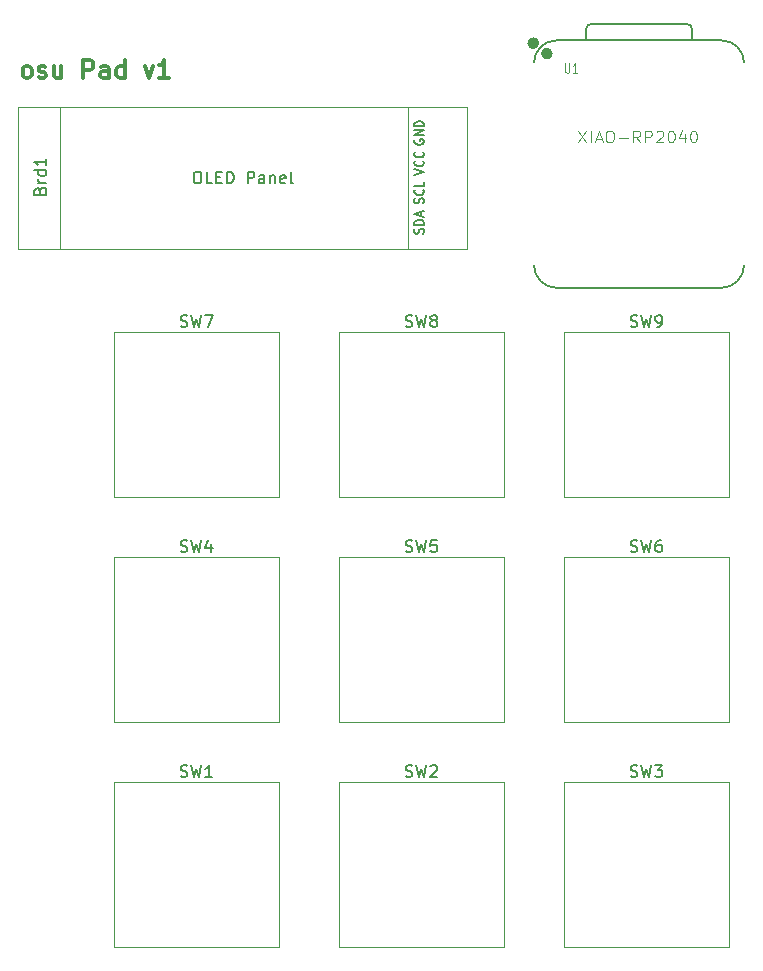
<source format=gbr>
%TF.GenerationSoftware,KiCad,Pcbnew,9.0.2*%
%TF.CreationDate,2025-06-15T22:04:45+08:00*%
%TF.ProjectId,osuPad,6f737550-6164-42e6-9b69-6361645f7063,rev?*%
%TF.SameCoordinates,Original*%
%TF.FileFunction,Legend,Top*%
%TF.FilePolarity,Positive*%
%FSLAX46Y46*%
G04 Gerber Fmt 4.6, Leading zero omitted, Abs format (unit mm)*
G04 Created by KiCad (PCBNEW 9.0.2) date 2025-06-15 22:04:45*
%MOMM*%
%LPD*%
G01*
G04 APERTURE LIST*
%ADD10C,0.300000*%
%ADD11C,0.100000*%
%ADD12C,0.150000*%
%ADD13C,0.101600*%
%ADD14C,0.120000*%
%ADD15C,0.040000*%
%ADD16C,0.127000*%
%ADD17C,0.504000*%
G04 APERTURE END LIST*
D10*
X100268796Y-63200828D02*
X100125939Y-63129400D01*
X100125939Y-63129400D02*
X100054510Y-63057971D01*
X100054510Y-63057971D02*
X99983082Y-62915114D01*
X99983082Y-62915114D02*
X99983082Y-62486542D01*
X99983082Y-62486542D02*
X100054510Y-62343685D01*
X100054510Y-62343685D02*
X100125939Y-62272257D01*
X100125939Y-62272257D02*
X100268796Y-62200828D01*
X100268796Y-62200828D02*
X100483082Y-62200828D01*
X100483082Y-62200828D02*
X100625939Y-62272257D01*
X100625939Y-62272257D02*
X100697368Y-62343685D01*
X100697368Y-62343685D02*
X100768796Y-62486542D01*
X100768796Y-62486542D02*
X100768796Y-62915114D01*
X100768796Y-62915114D02*
X100697368Y-63057971D01*
X100697368Y-63057971D02*
X100625939Y-63129400D01*
X100625939Y-63129400D02*
X100483082Y-63200828D01*
X100483082Y-63200828D02*
X100268796Y-63200828D01*
X101340225Y-63129400D02*
X101483082Y-63200828D01*
X101483082Y-63200828D02*
X101768796Y-63200828D01*
X101768796Y-63200828D02*
X101911653Y-63129400D01*
X101911653Y-63129400D02*
X101983082Y-62986542D01*
X101983082Y-62986542D02*
X101983082Y-62915114D01*
X101983082Y-62915114D02*
X101911653Y-62772257D01*
X101911653Y-62772257D02*
X101768796Y-62700828D01*
X101768796Y-62700828D02*
X101554511Y-62700828D01*
X101554511Y-62700828D02*
X101411653Y-62629400D01*
X101411653Y-62629400D02*
X101340225Y-62486542D01*
X101340225Y-62486542D02*
X101340225Y-62415114D01*
X101340225Y-62415114D02*
X101411653Y-62272257D01*
X101411653Y-62272257D02*
X101554511Y-62200828D01*
X101554511Y-62200828D02*
X101768796Y-62200828D01*
X101768796Y-62200828D02*
X101911653Y-62272257D01*
X103268797Y-62200828D02*
X103268797Y-63200828D01*
X102625939Y-62200828D02*
X102625939Y-62986542D01*
X102625939Y-62986542D02*
X102697368Y-63129400D01*
X102697368Y-63129400D02*
X102840225Y-63200828D01*
X102840225Y-63200828D02*
X103054511Y-63200828D01*
X103054511Y-63200828D02*
X103197368Y-63129400D01*
X103197368Y-63129400D02*
X103268797Y-63057971D01*
X105125939Y-63200828D02*
X105125939Y-61700828D01*
X105125939Y-61700828D02*
X105697368Y-61700828D01*
X105697368Y-61700828D02*
X105840225Y-61772257D01*
X105840225Y-61772257D02*
X105911654Y-61843685D01*
X105911654Y-61843685D02*
X105983082Y-61986542D01*
X105983082Y-61986542D02*
X105983082Y-62200828D01*
X105983082Y-62200828D02*
X105911654Y-62343685D01*
X105911654Y-62343685D02*
X105840225Y-62415114D01*
X105840225Y-62415114D02*
X105697368Y-62486542D01*
X105697368Y-62486542D02*
X105125939Y-62486542D01*
X107268797Y-63200828D02*
X107268797Y-62415114D01*
X107268797Y-62415114D02*
X107197368Y-62272257D01*
X107197368Y-62272257D02*
X107054511Y-62200828D01*
X107054511Y-62200828D02*
X106768797Y-62200828D01*
X106768797Y-62200828D02*
X106625939Y-62272257D01*
X107268797Y-63129400D02*
X107125939Y-63200828D01*
X107125939Y-63200828D02*
X106768797Y-63200828D01*
X106768797Y-63200828D02*
X106625939Y-63129400D01*
X106625939Y-63129400D02*
X106554511Y-62986542D01*
X106554511Y-62986542D02*
X106554511Y-62843685D01*
X106554511Y-62843685D02*
X106625939Y-62700828D01*
X106625939Y-62700828D02*
X106768797Y-62629400D01*
X106768797Y-62629400D02*
X107125939Y-62629400D01*
X107125939Y-62629400D02*
X107268797Y-62557971D01*
X108625940Y-63200828D02*
X108625940Y-61700828D01*
X108625940Y-63129400D02*
X108483082Y-63200828D01*
X108483082Y-63200828D02*
X108197368Y-63200828D01*
X108197368Y-63200828D02*
X108054511Y-63129400D01*
X108054511Y-63129400D02*
X107983082Y-63057971D01*
X107983082Y-63057971D02*
X107911654Y-62915114D01*
X107911654Y-62915114D02*
X107911654Y-62486542D01*
X107911654Y-62486542D02*
X107983082Y-62343685D01*
X107983082Y-62343685D02*
X108054511Y-62272257D01*
X108054511Y-62272257D02*
X108197368Y-62200828D01*
X108197368Y-62200828D02*
X108483082Y-62200828D01*
X108483082Y-62200828D02*
X108625940Y-62272257D01*
X110340225Y-62200828D02*
X110697368Y-63200828D01*
X110697368Y-63200828D02*
X111054511Y-62200828D01*
X112411654Y-63200828D02*
X111554511Y-63200828D01*
X111983082Y-63200828D02*
X111983082Y-61700828D01*
X111983082Y-61700828D02*
X111840225Y-61915114D01*
X111840225Y-61915114D02*
X111697368Y-62057971D01*
X111697368Y-62057971D02*
X111554511Y-62129400D01*
D11*
X147039896Y-67641169D02*
X147706562Y-68641169D01*
X147706562Y-67641169D02*
X147039896Y-68641169D01*
X148087515Y-68641169D02*
X148087515Y-67641169D01*
X148516086Y-68355454D02*
X148992276Y-68355454D01*
X148420848Y-68641169D02*
X148754181Y-67641169D01*
X148754181Y-67641169D02*
X149087514Y-68641169D01*
X149611324Y-67641169D02*
X149801800Y-67641169D01*
X149801800Y-67641169D02*
X149897038Y-67688788D01*
X149897038Y-67688788D02*
X149992276Y-67784026D01*
X149992276Y-67784026D02*
X150039895Y-67974502D01*
X150039895Y-67974502D02*
X150039895Y-68307835D01*
X150039895Y-68307835D02*
X149992276Y-68498311D01*
X149992276Y-68498311D02*
X149897038Y-68593550D01*
X149897038Y-68593550D02*
X149801800Y-68641169D01*
X149801800Y-68641169D02*
X149611324Y-68641169D01*
X149611324Y-68641169D02*
X149516086Y-68593550D01*
X149516086Y-68593550D02*
X149420848Y-68498311D01*
X149420848Y-68498311D02*
X149373229Y-68307835D01*
X149373229Y-68307835D02*
X149373229Y-67974502D01*
X149373229Y-67974502D02*
X149420848Y-67784026D01*
X149420848Y-67784026D02*
X149516086Y-67688788D01*
X149516086Y-67688788D02*
X149611324Y-67641169D01*
X150468467Y-68260216D02*
X151230372Y-68260216D01*
X152277990Y-68641169D02*
X151944657Y-68164978D01*
X151706562Y-68641169D02*
X151706562Y-67641169D01*
X151706562Y-67641169D02*
X152087514Y-67641169D01*
X152087514Y-67641169D02*
X152182752Y-67688788D01*
X152182752Y-67688788D02*
X152230371Y-67736407D01*
X152230371Y-67736407D02*
X152277990Y-67831645D01*
X152277990Y-67831645D02*
X152277990Y-67974502D01*
X152277990Y-67974502D02*
X152230371Y-68069740D01*
X152230371Y-68069740D02*
X152182752Y-68117359D01*
X152182752Y-68117359D02*
X152087514Y-68164978D01*
X152087514Y-68164978D02*
X151706562Y-68164978D01*
X152706562Y-68641169D02*
X152706562Y-67641169D01*
X152706562Y-67641169D02*
X153087514Y-67641169D01*
X153087514Y-67641169D02*
X153182752Y-67688788D01*
X153182752Y-67688788D02*
X153230371Y-67736407D01*
X153230371Y-67736407D02*
X153277990Y-67831645D01*
X153277990Y-67831645D02*
X153277990Y-67974502D01*
X153277990Y-67974502D02*
X153230371Y-68069740D01*
X153230371Y-68069740D02*
X153182752Y-68117359D01*
X153182752Y-68117359D02*
X153087514Y-68164978D01*
X153087514Y-68164978D02*
X152706562Y-68164978D01*
X153658943Y-67736407D02*
X153706562Y-67688788D01*
X153706562Y-67688788D02*
X153801800Y-67641169D01*
X153801800Y-67641169D02*
X154039895Y-67641169D01*
X154039895Y-67641169D02*
X154135133Y-67688788D01*
X154135133Y-67688788D02*
X154182752Y-67736407D01*
X154182752Y-67736407D02*
X154230371Y-67831645D01*
X154230371Y-67831645D02*
X154230371Y-67926883D01*
X154230371Y-67926883D02*
X154182752Y-68069740D01*
X154182752Y-68069740D02*
X153611324Y-68641169D01*
X153611324Y-68641169D02*
X154230371Y-68641169D01*
X154849419Y-67641169D02*
X154944657Y-67641169D01*
X154944657Y-67641169D02*
X155039895Y-67688788D01*
X155039895Y-67688788D02*
X155087514Y-67736407D01*
X155087514Y-67736407D02*
X155135133Y-67831645D01*
X155135133Y-67831645D02*
X155182752Y-68022121D01*
X155182752Y-68022121D02*
X155182752Y-68260216D01*
X155182752Y-68260216D02*
X155135133Y-68450692D01*
X155135133Y-68450692D02*
X155087514Y-68545930D01*
X155087514Y-68545930D02*
X155039895Y-68593550D01*
X155039895Y-68593550D02*
X154944657Y-68641169D01*
X154944657Y-68641169D02*
X154849419Y-68641169D01*
X154849419Y-68641169D02*
X154754181Y-68593550D01*
X154754181Y-68593550D02*
X154706562Y-68545930D01*
X154706562Y-68545930D02*
X154658943Y-68450692D01*
X154658943Y-68450692D02*
X154611324Y-68260216D01*
X154611324Y-68260216D02*
X154611324Y-68022121D01*
X154611324Y-68022121D02*
X154658943Y-67831645D01*
X154658943Y-67831645D02*
X154706562Y-67736407D01*
X154706562Y-67736407D02*
X154754181Y-67688788D01*
X154754181Y-67688788D02*
X154849419Y-67641169D01*
X156039895Y-67974502D02*
X156039895Y-68641169D01*
X155801800Y-67593550D02*
X155563705Y-68307835D01*
X155563705Y-68307835D02*
X156182752Y-68307835D01*
X156754181Y-67641169D02*
X156849419Y-67641169D01*
X156849419Y-67641169D02*
X156944657Y-67688788D01*
X156944657Y-67688788D02*
X156992276Y-67736407D01*
X156992276Y-67736407D02*
X157039895Y-67831645D01*
X157039895Y-67831645D02*
X157087514Y-68022121D01*
X157087514Y-68022121D02*
X157087514Y-68260216D01*
X157087514Y-68260216D02*
X157039895Y-68450692D01*
X157039895Y-68450692D02*
X156992276Y-68545930D01*
X156992276Y-68545930D02*
X156944657Y-68593550D01*
X156944657Y-68593550D02*
X156849419Y-68641169D01*
X156849419Y-68641169D02*
X156754181Y-68641169D01*
X156754181Y-68641169D02*
X156658943Y-68593550D01*
X156658943Y-68593550D02*
X156611324Y-68545930D01*
X156611324Y-68545930D02*
X156563705Y-68450692D01*
X156563705Y-68450692D02*
X156516086Y-68260216D01*
X156516086Y-68260216D02*
X156516086Y-68022121D01*
X156516086Y-68022121D02*
X156563705Y-67831645D01*
X156563705Y-67831645D02*
X156611324Y-67736407D01*
X156611324Y-67736407D02*
X156658943Y-67688788D01*
X156658943Y-67688788D02*
X156754181Y-67641169D01*
D12*
X113366667Y-103283200D02*
X113509524Y-103330819D01*
X113509524Y-103330819D02*
X113747619Y-103330819D01*
X113747619Y-103330819D02*
X113842857Y-103283200D01*
X113842857Y-103283200D02*
X113890476Y-103235580D01*
X113890476Y-103235580D02*
X113938095Y-103140342D01*
X113938095Y-103140342D02*
X113938095Y-103045104D01*
X113938095Y-103045104D02*
X113890476Y-102949866D01*
X113890476Y-102949866D02*
X113842857Y-102902247D01*
X113842857Y-102902247D02*
X113747619Y-102854628D01*
X113747619Y-102854628D02*
X113557143Y-102807009D01*
X113557143Y-102807009D02*
X113461905Y-102759390D01*
X113461905Y-102759390D02*
X113414286Y-102711771D01*
X113414286Y-102711771D02*
X113366667Y-102616533D01*
X113366667Y-102616533D02*
X113366667Y-102521295D01*
X113366667Y-102521295D02*
X113414286Y-102426057D01*
X113414286Y-102426057D02*
X113461905Y-102378438D01*
X113461905Y-102378438D02*
X113557143Y-102330819D01*
X113557143Y-102330819D02*
X113795238Y-102330819D01*
X113795238Y-102330819D02*
X113938095Y-102378438D01*
X114271429Y-102330819D02*
X114509524Y-103330819D01*
X114509524Y-103330819D02*
X114700000Y-102616533D01*
X114700000Y-102616533D02*
X114890476Y-103330819D01*
X114890476Y-103330819D02*
X115128572Y-102330819D01*
X115938095Y-102664152D02*
X115938095Y-103330819D01*
X115700000Y-102283200D02*
X115461905Y-102997485D01*
X115461905Y-102997485D02*
X116080952Y-102997485D01*
X132416667Y-103283200D02*
X132559524Y-103330819D01*
X132559524Y-103330819D02*
X132797619Y-103330819D01*
X132797619Y-103330819D02*
X132892857Y-103283200D01*
X132892857Y-103283200D02*
X132940476Y-103235580D01*
X132940476Y-103235580D02*
X132988095Y-103140342D01*
X132988095Y-103140342D02*
X132988095Y-103045104D01*
X132988095Y-103045104D02*
X132940476Y-102949866D01*
X132940476Y-102949866D02*
X132892857Y-102902247D01*
X132892857Y-102902247D02*
X132797619Y-102854628D01*
X132797619Y-102854628D02*
X132607143Y-102807009D01*
X132607143Y-102807009D02*
X132511905Y-102759390D01*
X132511905Y-102759390D02*
X132464286Y-102711771D01*
X132464286Y-102711771D02*
X132416667Y-102616533D01*
X132416667Y-102616533D02*
X132416667Y-102521295D01*
X132416667Y-102521295D02*
X132464286Y-102426057D01*
X132464286Y-102426057D02*
X132511905Y-102378438D01*
X132511905Y-102378438D02*
X132607143Y-102330819D01*
X132607143Y-102330819D02*
X132845238Y-102330819D01*
X132845238Y-102330819D02*
X132988095Y-102378438D01*
X133321429Y-102330819D02*
X133559524Y-103330819D01*
X133559524Y-103330819D02*
X133750000Y-102616533D01*
X133750000Y-102616533D02*
X133940476Y-103330819D01*
X133940476Y-103330819D02*
X134178572Y-102330819D01*
X135035714Y-102330819D02*
X134559524Y-102330819D01*
X134559524Y-102330819D02*
X134511905Y-102807009D01*
X134511905Y-102807009D02*
X134559524Y-102759390D01*
X134559524Y-102759390D02*
X134654762Y-102711771D01*
X134654762Y-102711771D02*
X134892857Y-102711771D01*
X134892857Y-102711771D02*
X134988095Y-102759390D01*
X134988095Y-102759390D02*
X135035714Y-102807009D01*
X135035714Y-102807009D02*
X135083333Y-102902247D01*
X135083333Y-102902247D02*
X135083333Y-103140342D01*
X135083333Y-103140342D02*
X135035714Y-103235580D01*
X135035714Y-103235580D02*
X134988095Y-103283200D01*
X134988095Y-103283200D02*
X134892857Y-103330819D01*
X134892857Y-103330819D02*
X134654762Y-103330819D01*
X134654762Y-103330819D02*
X134559524Y-103283200D01*
X134559524Y-103283200D02*
X134511905Y-103235580D01*
X151466667Y-103283200D02*
X151609524Y-103330819D01*
X151609524Y-103330819D02*
X151847619Y-103330819D01*
X151847619Y-103330819D02*
X151942857Y-103283200D01*
X151942857Y-103283200D02*
X151990476Y-103235580D01*
X151990476Y-103235580D02*
X152038095Y-103140342D01*
X152038095Y-103140342D02*
X152038095Y-103045104D01*
X152038095Y-103045104D02*
X151990476Y-102949866D01*
X151990476Y-102949866D02*
X151942857Y-102902247D01*
X151942857Y-102902247D02*
X151847619Y-102854628D01*
X151847619Y-102854628D02*
X151657143Y-102807009D01*
X151657143Y-102807009D02*
X151561905Y-102759390D01*
X151561905Y-102759390D02*
X151514286Y-102711771D01*
X151514286Y-102711771D02*
X151466667Y-102616533D01*
X151466667Y-102616533D02*
X151466667Y-102521295D01*
X151466667Y-102521295D02*
X151514286Y-102426057D01*
X151514286Y-102426057D02*
X151561905Y-102378438D01*
X151561905Y-102378438D02*
X151657143Y-102330819D01*
X151657143Y-102330819D02*
X151895238Y-102330819D01*
X151895238Y-102330819D02*
X152038095Y-102378438D01*
X152371429Y-102330819D02*
X152609524Y-103330819D01*
X152609524Y-103330819D02*
X152800000Y-102616533D01*
X152800000Y-102616533D02*
X152990476Y-103330819D01*
X152990476Y-103330819D02*
X153228572Y-102330819D01*
X154038095Y-102330819D02*
X153847619Y-102330819D01*
X153847619Y-102330819D02*
X153752381Y-102378438D01*
X153752381Y-102378438D02*
X153704762Y-102426057D01*
X153704762Y-102426057D02*
X153609524Y-102568914D01*
X153609524Y-102568914D02*
X153561905Y-102759390D01*
X153561905Y-102759390D02*
X153561905Y-103140342D01*
X153561905Y-103140342D02*
X153609524Y-103235580D01*
X153609524Y-103235580D02*
X153657143Y-103283200D01*
X153657143Y-103283200D02*
X153752381Y-103330819D01*
X153752381Y-103330819D02*
X153942857Y-103330819D01*
X153942857Y-103330819D02*
X154038095Y-103283200D01*
X154038095Y-103283200D02*
X154085714Y-103235580D01*
X154085714Y-103235580D02*
X154133333Y-103140342D01*
X154133333Y-103140342D02*
X154133333Y-102902247D01*
X154133333Y-102902247D02*
X154085714Y-102807009D01*
X154085714Y-102807009D02*
X154038095Y-102759390D01*
X154038095Y-102759390D02*
X153942857Y-102711771D01*
X153942857Y-102711771D02*
X153752381Y-102711771D01*
X153752381Y-102711771D02*
X153657143Y-102759390D01*
X153657143Y-102759390D02*
X153609524Y-102807009D01*
X153609524Y-102807009D02*
X153561905Y-102902247D01*
X101462259Y-72735416D02*
X101509878Y-72592559D01*
X101509878Y-72592559D02*
X101557497Y-72544940D01*
X101557497Y-72544940D02*
X101652735Y-72497321D01*
X101652735Y-72497321D02*
X101795592Y-72497321D01*
X101795592Y-72497321D02*
X101890830Y-72544940D01*
X101890830Y-72544940D02*
X101938450Y-72592559D01*
X101938450Y-72592559D02*
X101986069Y-72687797D01*
X101986069Y-72687797D02*
X101986069Y-73068749D01*
X101986069Y-73068749D02*
X100986069Y-73068749D01*
X100986069Y-73068749D02*
X100986069Y-72735416D01*
X100986069Y-72735416D02*
X101033688Y-72640178D01*
X101033688Y-72640178D02*
X101081307Y-72592559D01*
X101081307Y-72592559D02*
X101176545Y-72544940D01*
X101176545Y-72544940D02*
X101271783Y-72544940D01*
X101271783Y-72544940D02*
X101367021Y-72592559D01*
X101367021Y-72592559D02*
X101414640Y-72640178D01*
X101414640Y-72640178D02*
X101462259Y-72735416D01*
X101462259Y-72735416D02*
X101462259Y-73068749D01*
X101986069Y-72068749D02*
X101319402Y-72068749D01*
X101509878Y-72068749D02*
X101414640Y-72021130D01*
X101414640Y-72021130D02*
X101367021Y-71973511D01*
X101367021Y-71973511D02*
X101319402Y-71878273D01*
X101319402Y-71878273D02*
X101319402Y-71783035D01*
X101986069Y-71021130D02*
X100986069Y-71021130D01*
X101938450Y-71021130D02*
X101986069Y-71116368D01*
X101986069Y-71116368D02*
X101986069Y-71306844D01*
X101986069Y-71306844D02*
X101938450Y-71402082D01*
X101938450Y-71402082D02*
X101890830Y-71449701D01*
X101890830Y-71449701D02*
X101795592Y-71497320D01*
X101795592Y-71497320D02*
X101509878Y-71497320D01*
X101509878Y-71497320D02*
X101414640Y-71449701D01*
X101414640Y-71449701D02*
X101367021Y-71402082D01*
X101367021Y-71402082D02*
X101319402Y-71306844D01*
X101319402Y-71306844D02*
X101319402Y-71116368D01*
X101319402Y-71116368D02*
X101367021Y-71021130D01*
X101986069Y-70021130D02*
X101986069Y-70592558D01*
X101986069Y-70306844D02*
X100986069Y-70306844D01*
X100986069Y-70306844D02*
X101128926Y-70402082D01*
X101128926Y-70402082D02*
X101224164Y-70497320D01*
X101224164Y-70497320D02*
X101271783Y-70592558D01*
X133924200Y-76379463D02*
X133962295Y-76272321D01*
X133962295Y-76272321D02*
X133962295Y-76093749D01*
X133962295Y-76093749D02*
X133924200Y-76022321D01*
X133924200Y-76022321D02*
X133886104Y-75986606D01*
X133886104Y-75986606D02*
X133809914Y-75950892D01*
X133809914Y-75950892D02*
X133733723Y-75950892D01*
X133733723Y-75950892D02*
X133657533Y-75986606D01*
X133657533Y-75986606D02*
X133619438Y-76022321D01*
X133619438Y-76022321D02*
X133581342Y-76093749D01*
X133581342Y-76093749D02*
X133543247Y-76236606D01*
X133543247Y-76236606D02*
X133505152Y-76308035D01*
X133505152Y-76308035D02*
X133467057Y-76343749D01*
X133467057Y-76343749D02*
X133390866Y-76379463D01*
X133390866Y-76379463D02*
X133314676Y-76379463D01*
X133314676Y-76379463D02*
X133238485Y-76343749D01*
X133238485Y-76343749D02*
X133200390Y-76308035D01*
X133200390Y-76308035D02*
X133162295Y-76236606D01*
X133162295Y-76236606D02*
X133162295Y-76058035D01*
X133162295Y-76058035D02*
X133200390Y-75950892D01*
X133962295Y-75629463D02*
X133162295Y-75629463D01*
X133162295Y-75629463D02*
X133162295Y-75450892D01*
X133162295Y-75450892D02*
X133200390Y-75343749D01*
X133200390Y-75343749D02*
X133276580Y-75272320D01*
X133276580Y-75272320D02*
X133352771Y-75236606D01*
X133352771Y-75236606D02*
X133505152Y-75200892D01*
X133505152Y-75200892D02*
X133619438Y-75200892D01*
X133619438Y-75200892D02*
X133771819Y-75236606D01*
X133771819Y-75236606D02*
X133848009Y-75272320D01*
X133848009Y-75272320D02*
X133924200Y-75343749D01*
X133924200Y-75343749D02*
X133962295Y-75450892D01*
X133962295Y-75450892D02*
X133962295Y-75629463D01*
X133733723Y-74915177D02*
X133733723Y-74558035D01*
X133962295Y-74986606D02*
X133162295Y-74736606D01*
X133162295Y-74736606D02*
X133962295Y-74486606D01*
X133162295Y-71388749D02*
X133962295Y-71138749D01*
X133962295Y-71138749D02*
X133162295Y-70888749D01*
X133886104Y-70210178D02*
X133924200Y-70245892D01*
X133924200Y-70245892D02*
X133962295Y-70353035D01*
X133962295Y-70353035D02*
X133962295Y-70424463D01*
X133962295Y-70424463D02*
X133924200Y-70531606D01*
X133924200Y-70531606D02*
X133848009Y-70603035D01*
X133848009Y-70603035D02*
X133771819Y-70638749D01*
X133771819Y-70638749D02*
X133619438Y-70674463D01*
X133619438Y-70674463D02*
X133505152Y-70674463D01*
X133505152Y-70674463D02*
X133352771Y-70638749D01*
X133352771Y-70638749D02*
X133276580Y-70603035D01*
X133276580Y-70603035D02*
X133200390Y-70531606D01*
X133200390Y-70531606D02*
X133162295Y-70424463D01*
X133162295Y-70424463D02*
X133162295Y-70353035D01*
X133162295Y-70353035D02*
X133200390Y-70245892D01*
X133200390Y-70245892D02*
X133238485Y-70210178D01*
X133886104Y-69460178D02*
X133924200Y-69495892D01*
X133924200Y-69495892D02*
X133962295Y-69603035D01*
X133962295Y-69603035D02*
X133962295Y-69674463D01*
X133962295Y-69674463D02*
X133924200Y-69781606D01*
X133924200Y-69781606D02*
X133848009Y-69853035D01*
X133848009Y-69853035D02*
X133771819Y-69888749D01*
X133771819Y-69888749D02*
X133619438Y-69924463D01*
X133619438Y-69924463D02*
X133505152Y-69924463D01*
X133505152Y-69924463D02*
X133352771Y-69888749D01*
X133352771Y-69888749D02*
X133276580Y-69853035D01*
X133276580Y-69853035D02*
X133200390Y-69781606D01*
X133200390Y-69781606D02*
X133162295Y-69674463D01*
X133162295Y-69674463D02*
X133162295Y-69603035D01*
X133162295Y-69603035D02*
X133200390Y-69495892D01*
X133200390Y-69495892D02*
X133238485Y-69460178D01*
X114702678Y-71113569D02*
X114893154Y-71113569D01*
X114893154Y-71113569D02*
X114988392Y-71161188D01*
X114988392Y-71161188D02*
X115083630Y-71256426D01*
X115083630Y-71256426D02*
X115131249Y-71446902D01*
X115131249Y-71446902D02*
X115131249Y-71780235D01*
X115131249Y-71780235D02*
X115083630Y-71970711D01*
X115083630Y-71970711D02*
X114988392Y-72065950D01*
X114988392Y-72065950D02*
X114893154Y-72113569D01*
X114893154Y-72113569D02*
X114702678Y-72113569D01*
X114702678Y-72113569D02*
X114607440Y-72065950D01*
X114607440Y-72065950D02*
X114512202Y-71970711D01*
X114512202Y-71970711D02*
X114464583Y-71780235D01*
X114464583Y-71780235D02*
X114464583Y-71446902D01*
X114464583Y-71446902D02*
X114512202Y-71256426D01*
X114512202Y-71256426D02*
X114607440Y-71161188D01*
X114607440Y-71161188D02*
X114702678Y-71113569D01*
X116036011Y-72113569D02*
X115559821Y-72113569D01*
X115559821Y-72113569D02*
X115559821Y-71113569D01*
X116369345Y-71589759D02*
X116702678Y-71589759D01*
X116845535Y-72113569D02*
X116369345Y-72113569D01*
X116369345Y-72113569D02*
X116369345Y-71113569D01*
X116369345Y-71113569D02*
X116845535Y-71113569D01*
X117274107Y-72113569D02*
X117274107Y-71113569D01*
X117274107Y-71113569D02*
X117512202Y-71113569D01*
X117512202Y-71113569D02*
X117655059Y-71161188D01*
X117655059Y-71161188D02*
X117750297Y-71256426D01*
X117750297Y-71256426D02*
X117797916Y-71351664D01*
X117797916Y-71351664D02*
X117845535Y-71542140D01*
X117845535Y-71542140D02*
X117845535Y-71684997D01*
X117845535Y-71684997D02*
X117797916Y-71875473D01*
X117797916Y-71875473D02*
X117750297Y-71970711D01*
X117750297Y-71970711D02*
X117655059Y-72065950D01*
X117655059Y-72065950D02*
X117512202Y-72113569D01*
X117512202Y-72113569D02*
X117274107Y-72113569D01*
X119036012Y-72113569D02*
X119036012Y-71113569D01*
X119036012Y-71113569D02*
X119416964Y-71113569D01*
X119416964Y-71113569D02*
X119512202Y-71161188D01*
X119512202Y-71161188D02*
X119559821Y-71208807D01*
X119559821Y-71208807D02*
X119607440Y-71304045D01*
X119607440Y-71304045D02*
X119607440Y-71446902D01*
X119607440Y-71446902D02*
X119559821Y-71542140D01*
X119559821Y-71542140D02*
X119512202Y-71589759D01*
X119512202Y-71589759D02*
X119416964Y-71637378D01*
X119416964Y-71637378D02*
X119036012Y-71637378D01*
X120464583Y-72113569D02*
X120464583Y-71589759D01*
X120464583Y-71589759D02*
X120416964Y-71494521D01*
X120416964Y-71494521D02*
X120321726Y-71446902D01*
X120321726Y-71446902D02*
X120131250Y-71446902D01*
X120131250Y-71446902D02*
X120036012Y-71494521D01*
X120464583Y-72065950D02*
X120369345Y-72113569D01*
X120369345Y-72113569D02*
X120131250Y-72113569D01*
X120131250Y-72113569D02*
X120036012Y-72065950D01*
X120036012Y-72065950D02*
X119988393Y-71970711D01*
X119988393Y-71970711D02*
X119988393Y-71875473D01*
X119988393Y-71875473D02*
X120036012Y-71780235D01*
X120036012Y-71780235D02*
X120131250Y-71732616D01*
X120131250Y-71732616D02*
X120369345Y-71732616D01*
X120369345Y-71732616D02*
X120464583Y-71684997D01*
X120940774Y-71446902D02*
X120940774Y-72113569D01*
X120940774Y-71542140D02*
X120988393Y-71494521D01*
X120988393Y-71494521D02*
X121083631Y-71446902D01*
X121083631Y-71446902D02*
X121226488Y-71446902D01*
X121226488Y-71446902D02*
X121321726Y-71494521D01*
X121321726Y-71494521D02*
X121369345Y-71589759D01*
X121369345Y-71589759D02*
X121369345Y-72113569D01*
X122226488Y-72065950D02*
X122131250Y-72113569D01*
X122131250Y-72113569D02*
X121940774Y-72113569D01*
X121940774Y-72113569D02*
X121845536Y-72065950D01*
X121845536Y-72065950D02*
X121797917Y-71970711D01*
X121797917Y-71970711D02*
X121797917Y-71589759D01*
X121797917Y-71589759D02*
X121845536Y-71494521D01*
X121845536Y-71494521D02*
X121940774Y-71446902D01*
X121940774Y-71446902D02*
X122131250Y-71446902D01*
X122131250Y-71446902D02*
X122226488Y-71494521D01*
X122226488Y-71494521D02*
X122274107Y-71589759D01*
X122274107Y-71589759D02*
X122274107Y-71684997D01*
X122274107Y-71684997D02*
X121797917Y-71780235D01*
X122845536Y-72113569D02*
X122750298Y-72065950D01*
X122750298Y-72065950D02*
X122702679Y-71970711D01*
X122702679Y-71970711D02*
X122702679Y-71113569D01*
X133924200Y-73821606D02*
X133962295Y-73714464D01*
X133962295Y-73714464D02*
X133962295Y-73535892D01*
X133962295Y-73535892D02*
X133924200Y-73464464D01*
X133924200Y-73464464D02*
X133886104Y-73428749D01*
X133886104Y-73428749D02*
X133809914Y-73393035D01*
X133809914Y-73393035D02*
X133733723Y-73393035D01*
X133733723Y-73393035D02*
X133657533Y-73428749D01*
X133657533Y-73428749D02*
X133619438Y-73464464D01*
X133619438Y-73464464D02*
X133581342Y-73535892D01*
X133581342Y-73535892D02*
X133543247Y-73678749D01*
X133543247Y-73678749D02*
X133505152Y-73750178D01*
X133505152Y-73750178D02*
X133467057Y-73785892D01*
X133467057Y-73785892D02*
X133390866Y-73821606D01*
X133390866Y-73821606D02*
X133314676Y-73821606D01*
X133314676Y-73821606D02*
X133238485Y-73785892D01*
X133238485Y-73785892D02*
X133200390Y-73750178D01*
X133200390Y-73750178D02*
X133162295Y-73678749D01*
X133162295Y-73678749D02*
X133162295Y-73500178D01*
X133162295Y-73500178D02*
X133200390Y-73393035D01*
X133886104Y-72643035D02*
X133924200Y-72678749D01*
X133924200Y-72678749D02*
X133962295Y-72785892D01*
X133962295Y-72785892D02*
X133962295Y-72857320D01*
X133962295Y-72857320D02*
X133924200Y-72964463D01*
X133924200Y-72964463D02*
X133848009Y-73035892D01*
X133848009Y-73035892D02*
X133771819Y-73071606D01*
X133771819Y-73071606D02*
X133619438Y-73107320D01*
X133619438Y-73107320D02*
X133505152Y-73107320D01*
X133505152Y-73107320D02*
X133352771Y-73071606D01*
X133352771Y-73071606D02*
X133276580Y-73035892D01*
X133276580Y-73035892D02*
X133200390Y-72964463D01*
X133200390Y-72964463D02*
X133162295Y-72857320D01*
X133162295Y-72857320D02*
X133162295Y-72785892D01*
X133162295Y-72785892D02*
X133200390Y-72678749D01*
X133200390Y-72678749D02*
X133238485Y-72643035D01*
X133962295Y-71964463D02*
X133962295Y-72321606D01*
X133962295Y-72321606D02*
X133162295Y-72321606D01*
X133200390Y-68420178D02*
X133162295Y-68491607D01*
X133162295Y-68491607D02*
X133162295Y-68598749D01*
X133162295Y-68598749D02*
X133200390Y-68705892D01*
X133200390Y-68705892D02*
X133276580Y-68777321D01*
X133276580Y-68777321D02*
X133352771Y-68813035D01*
X133352771Y-68813035D02*
X133505152Y-68848749D01*
X133505152Y-68848749D02*
X133619438Y-68848749D01*
X133619438Y-68848749D02*
X133771819Y-68813035D01*
X133771819Y-68813035D02*
X133848009Y-68777321D01*
X133848009Y-68777321D02*
X133924200Y-68705892D01*
X133924200Y-68705892D02*
X133962295Y-68598749D01*
X133962295Y-68598749D02*
X133962295Y-68527321D01*
X133962295Y-68527321D02*
X133924200Y-68420178D01*
X133924200Y-68420178D02*
X133886104Y-68384464D01*
X133886104Y-68384464D02*
X133619438Y-68384464D01*
X133619438Y-68384464D02*
X133619438Y-68527321D01*
X133962295Y-68063035D02*
X133162295Y-68063035D01*
X133162295Y-68063035D02*
X133962295Y-67634464D01*
X133962295Y-67634464D02*
X133162295Y-67634464D01*
X133962295Y-67277321D02*
X133162295Y-67277321D01*
X133162295Y-67277321D02*
X133162295Y-67098750D01*
X133162295Y-67098750D02*
X133200390Y-66991607D01*
X133200390Y-66991607D02*
X133276580Y-66920178D01*
X133276580Y-66920178D02*
X133352771Y-66884464D01*
X133352771Y-66884464D02*
X133505152Y-66848750D01*
X133505152Y-66848750D02*
X133619438Y-66848750D01*
X133619438Y-66848750D02*
X133771819Y-66884464D01*
X133771819Y-66884464D02*
X133848009Y-66920178D01*
X133848009Y-66920178D02*
X133924200Y-66991607D01*
X133924200Y-66991607D02*
X133962295Y-67098750D01*
X133962295Y-67098750D02*
X133962295Y-67277321D01*
X151466667Y-84233200D02*
X151609524Y-84280819D01*
X151609524Y-84280819D02*
X151847619Y-84280819D01*
X151847619Y-84280819D02*
X151942857Y-84233200D01*
X151942857Y-84233200D02*
X151990476Y-84185580D01*
X151990476Y-84185580D02*
X152038095Y-84090342D01*
X152038095Y-84090342D02*
X152038095Y-83995104D01*
X152038095Y-83995104D02*
X151990476Y-83899866D01*
X151990476Y-83899866D02*
X151942857Y-83852247D01*
X151942857Y-83852247D02*
X151847619Y-83804628D01*
X151847619Y-83804628D02*
X151657143Y-83757009D01*
X151657143Y-83757009D02*
X151561905Y-83709390D01*
X151561905Y-83709390D02*
X151514286Y-83661771D01*
X151514286Y-83661771D02*
X151466667Y-83566533D01*
X151466667Y-83566533D02*
X151466667Y-83471295D01*
X151466667Y-83471295D02*
X151514286Y-83376057D01*
X151514286Y-83376057D02*
X151561905Y-83328438D01*
X151561905Y-83328438D02*
X151657143Y-83280819D01*
X151657143Y-83280819D02*
X151895238Y-83280819D01*
X151895238Y-83280819D02*
X152038095Y-83328438D01*
X152371429Y-83280819D02*
X152609524Y-84280819D01*
X152609524Y-84280819D02*
X152800000Y-83566533D01*
X152800000Y-83566533D02*
X152990476Y-84280819D01*
X152990476Y-84280819D02*
X153228572Y-83280819D01*
X153657143Y-84280819D02*
X153847619Y-84280819D01*
X153847619Y-84280819D02*
X153942857Y-84233200D01*
X153942857Y-84233200D02*
X153990476Y-84185580D01*
X153990476Y-84185580D02*
X154085714Y-84042723D01*
X154085714Y-84042723D02*
X154133333Y-83852247D01*
X154133333Y-83852247D02*
X154133333Y-83471295D01*
X154133333Y-83471295D02*
X154085714Y-83376057D01*
X154085714Y-83376057D02*
X154038095Y-83328438D01*
X154038095Y-83328438D02*
X153942857Y-83280819D01*
X153942857Y-83280819D02*
X153752381Y-83280819D01*
X153752381Y-83280819D02*
X153657143Y-83328438D01*
X153657143Y-83328438D02*
X153609524Y-83376057D01*
X153609524Y-83376057D02*
X153561905Y-83471295D01*
X153561905Y-83471295D02*
X153561905Y-83709390D01*
X153561905Y-83709390D02*
X153609524Y-83804628D01*
X153609524Y-83804628D02*
X153657143Y-83852247D01*
X153657143Y-83852247D02*
X153752381Y-83899866D01*
X153752381Y-83899866D02*
X153942857Y-83899866D01*
X153942857Y-83899866D02*
X154038095Y-83852247D01*
X154038095Y-83852247D02*
X154085714Y-83804628D01*
X154085714Y-83804628D02*
X154133333Y-83709390D01*
X113366667Y-122333200D02*
X113509524Y-122380819D01*
X113509524Y-122380819D02*
X113747619Y-122380819D01*
X113747619Y-122380819D02*
X113842857Y-122333200D01*
X113842857Y-122333200D02*
X113890476Y-122285580D01*
X113890476Y-122285580D02*
X113938095Y-122190342D01*
X113938095Y-122190342D02*
X113938095Y-122095104D01*
X113938095Y-122095104D02*
X113890476Y-121999866D01*
X113890476Y-121999866D02*
X113842857Y-121952247D01*
X113842857Y-121952247D02*
X113747619Y-121904628D01*
X113747619Y-121904628D02*
X113557143Y-121857009D01*
X113557143Y-121857009D02*
X113461905Y-121809390D01*
X113461905Y-121809390D02*
X113414286Y-121761771D01*
X113414286Y-121761771D02*
X113366667Y-121666533D01*
X113366667Y-121666533D02*
X113366667Y-121571295D01*
X113366667Y-121571295D02*
X113414286Y-121476057D01*
X113414286Y-121476057D02*
X113461905Y-121428438D01*
X113461905Y-121428438D02*
X113557143Y-121380819D01*
X113557143Y-121380819D02*
X113795238Y-121380819D01*
X113795238Y-121380819D02*
X113938095Y-121428438D01*
X114271429Y-121380819D02*
X114509524Y-122380819D01*
X114509524Y-122380819D02*
X114700000Y-121666533D01*
X114700000Y-121666533D02*
X114890476Y-122380819D01*
X114890476Y-122380819D02*
X115128572Y-121380819D01*
X116033333Y-122380819D02*
X115461905Y-122380819D01*
X115747619Y-122380819D02*
X115747619Y-121380819D01*
X115747619Y-121380819D02*
X115652381Y-121523676D01*
X115652381Y-121523676D02*
X115557143Y-121618914D01*
X115557143Y-121618914D02*
X115461905Y-121666533D01*
X132416667Y-84233200D02*
X132559524Y-84280819D01*
X132559524Y-84280819D02*
X132797619Y-84280819D01*
X132797619Y-84280819D02*
X132892857Y-84233200D01*
X132892857Y-84233200D02*
X132940476Y-84185580D01*
X132940476Y-84185580D02*
X132988095Y-84090342D01*
X132988095Y-84090342D02*
X132988095Y-83995104D01*
X132988095Y-83995104D02*
X132940476Y-83899866D01*
X132940476Y-83899866D02*
X132892857Y-83852247D01*
X132892857Y-83852247D02*
X132797619Y-83804628D01*
X132797619Y-83804628D02*
X132607143Y-83757009D01*
X132607143Y-83757009D02*
X132511905Y-83709390D01*
X132511905Y-83709390D02*
X132464286Y-83661771D01*
X132464286Y-83661771D02*
X132416667Y-83566533D01*
X132416667Y-83566533D02*
X132416667Y-83471295D01*
X132416667Y-83471295D02*
X132464286Y-83376057D01*
X132464286Y-83376057D02*
X132511905Y-83328438D01*
X132511905Y-83328438D02*
X132607143Y-83280819D01*
X132607143Y-83280819D02*
X132845238Y-83280819D01*
X132845238Y-83280819D02*
X132988095Y-83328438D01*
X133321429Y-83280819D02*
X133559524Y-84280819D01*
X133559524Y-84280819D02*
X133750000Y-83566533D01*
X133750000Y-83566533D02*
X133940476Y-84280819D01*
X133940476Y-84280819D02*
X134178572Y-83280819D01*
X134702381Y-83709390D02*
X134607143Y-83661771D01*
X134607143Y-83661771D02*
X134559524Y-83614152D01*
X134559524Y-83614152D02*
X134511905Y-83518914D01*
X134511905Y-83518914D02*
X134511905Y-83471295D01*
X134511905Y-83471295D02*
X134559524Y-83376057D01*
X134559524Y-83376057D02*
X134607143Y-83328438D01*
X134607143Y-83328438D02*
X134702381Y-83280819D01*
X134702381Y-83280819D02*
X134892857Y-83280819D01*
X134892857Y-83280819D02*
X134988095Y-83328438D01*
X134988095Y-83328438D02*
X135035714Y-83376057D01*
X135035714Y-83376057D02*
X135083333Y-83471295D01*
X135083333Y-83471295D02*
X135083333Y-83518914D01*
X135083333Y-83518914D02*
X135035714Y-83614152D01*
X135035714Y-83614152D02*
X134988095Y-83661771D01*
X134988095Y-83661771D02*
X134892857Y-83709390D01*
X134892857Y-83709390D02*
X134702381Y-83709390D01*
X134702381Y-83709390D02*
X134607143Y-83757009D01*
X134607143Y-83757009D02*
X134559524Y-83804628D01*
X134559524Y-83804628D02*
X134511905Y-83899866D01*
X134511905Y-83899866D02*
X134511905Y-84090342D01*
X134511905Y-84090342D02*
X134559524Y-84185580D01*
X134559524Y-84185580D02*
X134607143Y-84233200D01*
X134607143Y-84233200D02*
X134702381Y-84280819D01*
X134702381Y-84280819D02*
X134892857Y-84280819D01*
X134892857Y-84280819D02*
X134988095Y-84233200D01*
X134988095Y-84233200D02*
X135035714Y-84185580D01*
X135035714Y-84185580D02*
X135083333Y-84090342D01*
X135083333Y-84090342D02*
X135083333Y-83899866D01*
X135083333Y-83899866D02*
X135035714Y-83804628D01*
X135035714Y-83804628D02*
X134988095Y-83757009D01*
X134988095Y-83757009D02*
X134892857Y-83709390D01*
X113366667Y-84233200D02*
X113509524Y-84280819D01*
X113509524Y-84280819D02*
X113747619Y-84280819D01*
X113747619Y-84280819D02*
X113842857Y-84233200D01*
X113842857Y-84233200D02*
X113890476Y-84185580D01*
X113890476Y-84185580D02*
X113938095Y-84090342D01*
X113938095Y-84090342D02*
X113938095Y-83995104D01*
X113938095Y-83995104D02*
X113890476Y-83899866D01*
X113890476Y-83899866D02*
X113842857Y-83852247D01*
X113842857Y-83852247D02*
X113747619Y-83804628D01*
X113747619Y-83804628D02*
X113557143Y-83757009D01*
X113557143Y-83757009D02*
X113461905Y-83709390D01*
X113461905Y-83709390D02*
X113414286Y-83661771D01*
X113414286Y-83661771D02*
X113366667Y-83566533D01*
X113366667Y-83566533D02*
X113366667Y-83471295D01*
X113366667Y-83471295D02*
X113414286Y-83376057D01*
X113414286Y-83376057D02*
X113461905Y-83328438D01*
X113461905Y-83328438D02*
X113557143Y-83280819D01*
X113557143Y-83280819D02*
X113795238Y-83280819D01*
X113795238Y-83280819D02*
X113938095Y-83328438D01*
X114271429Y-83280819D02*
X114509524Y-84280819D01*
X114509524Y-84280819D02*
X114700000Y-83566533D01*
X114700000Y-83566533D02*
X114890476Y-84280819D01*
X114890476Y-84280819D02*
X115128572Y-83280819D01*
X115414286Y-83280819D02*
X116080952Y-83280819D01*
X116080952Y-83280819D02*
X115652381Y-84280819D01*
X151466667Y-122333200D02*
X151609524Y-122380819D01*
X151609524Y-122380819D02*
X151847619Y-122380819D01*
X151847619Y-122380819D02*
X151942857Y-122333200D01*
X151942857Y-122333200D02*
X151990476Y-122285580D01*
X151990476Y-122285580D02*
X152038095Y-122190342D01*
X152038095Y-122190342D02*
X152038095Y-122095104D01*
X152038095Y-122095104D02*
X151990476Y-121999866D01*
X151990476Y-121999866D02*
X151942857Y-121952247D01*
X151942857Y-121952247D02*
X151847619Y-121904628D01*
X151847619Y-121904628D02*
X151657143Y-121857009D01*
X151657143Y-121857009D02*
X151561905Y-121809390D01*
X151561905Y-121809390D02*
X151514286Y-121761771D01*
X151514286Y-121761771D02*
X151466667Y-121666533D01*
X151466667Y-121666533D02*
X151466667Y-121571295D01*
X151466667Y-121571295D02*
X151514286Y-121476057D01*
X151514286Y-121476057D02*
X151561905Y-121428438D01*
X151561905Y-121428438D02*
X151657143Y-121380819D01*
X151657143Y-121380819D02*
X151895238Y-121380819D01*
X151895238Y-121380819D02*
X152038095Y-121428438D01*
X152371429Y-121380819D02*
X152609524Y-122380819D01*
X152609524Y-122380819D02*
X152800000Y-121666533D01*
X152800000Y-121666533D02*
X152990476Y-122380819D01*
X152990476Y-122380819D02*
X153228572Y-121380819D01*
X153514286Y-121380819D02*
X154133333Y-121380819D01*
X154133333Y-121380819D02*
X153800000Y-121761771D01*
X153800000Y-121761771D02*
X153942857Y-121761771D01*
X153942857Y-121761771D02*
X154038095Y-121809390D01*
X154038095Y-121809390D02*
X154085714Y-121857009D01*
X154085714Y-121857009D02*
X154133333Y-121952247D01*
X154133333Y-121952247D02*
X154133333Y-122190342D01*
X154133333Y-122190342D02*
X154085714Y-122285580D01*
X154085714Y-122285580D02*
X154038095Y-122333200D01*
X154038095Y-122333200D02*
X153942857Y-122380819D01*
X153942857Y-122380819D02*
X153657143Y-122380819D01*
X153657143Y-122380819D02*
X153561905Y-122333200D01*
X153561905Y-122333200D02*
X153514286Y-122285580D01*
D13*
X145916190Y-61964811D02*
X145916190Y-62612430D01*
X145916190Y-62612430D02*
X145946428Y-62688620D01*
X145946428Y-62688620D02*
X145976666Y-62726716D01*
X145976666Y-62726716D02*
X146037142Y-62764811D01*
X146037142Y-62764811D02*
X146158095Y-62764811D01*
X146158095Y-62764811D02*
X146218571Y-62726716D01*
X146218571Y-62726716D02*
X146248809Y-62688620D01*
X146248809Y-62688620D02*
X146279047Y-62612430D01*
X146279047Y-62612430D02*
X146279047Y-61964811D01*
X146914047Y-62764811D02*
X146551190Y-62764811D01*
X146732618Y-62764811D02*
X146732618Y-61964811D01*
X146732618Y-61964811D02*
X146672142Y-62079096D01*
X146672142Y-62079096D02*
X146611666Y-62155287D01*
X146611666Y-62155287D02*
X146551190Y-62193382D01*
D12*
X132416667Y-122333200D02*
X132559524Y-122380819D01*
X132559524Y-122380819D02*
X132797619Y-122380819D01*
X132797619Y-122380819D02*
X132892857Y-122333200D01*
X132892857Y-122333200D02*
X132940476Y-122285580D01*
X132940476Y-122285580D02*
X132988095Y-122190342D01*
X132988095Y-122190342D02*
X132988095Y-122095104D01*
X132988095Y-122095104D02*
X132940476Y-121999866D01*
X132940476Y-121999866D02*
X132892857Y-121952247D01*
X132892857Y-121952247D02*
X132797619Y-121904628D01*
X132797619Y-121904628D02*
X132607143Y-121857009D01*
X132607143Y-121857009D02*
X132511905Y-121809390D01*
X132511905Y-121809390D02*
X132464286Y-121761771D01*
X132464286Y-121761771D02*
X132416667Y-121666533D01*
X132416667Y-121666533D02*
X132416667Y-121571295D01*
X132416667Y-121571295D02*
X132464286Y-121476057D01*
X132464286Y-121476057D02*
X132511905Y-121428438D01*
X132511905Y-121428438D02*
X132607143Y-121380819D01*
X132607143Y-121380819D02*
X132845238Y-121380819D01*
X132845238Y-121380819D02*
X132988095Y-121428438D01*
X133321429Y-121380819D02*
X133559524Y-122380819D01*
X133559524Y-122380819D02*
X133750000Y-121666533D01*
X133750000Y-121666533D02*
X133940476Y-122380819D01*
X133940476Y-122380819D02*
X134178572Y-121380819D01*
X134511905Y-121476057D02*
X134559524Y-121428438D01*
X134559524Y-121428438D02*
X134654762Y-121380819D01*
X134654762Y-121380819D02*
X134892857Y-121380819D01*
X134892857Y-121380819D02*
X134988095Y-121428438D01*
X134988095Y-121428438D02*
X135035714Y-121476057D01*
X135035714Y-121476057D02*
X135083333Y-121571295D01*
X135083333Y-121571295D02*
X135083333Y-121666533D01*
X135083333Y-121666533D02*
X135035714Y-121809390D01*
X135035714Y-121809390D02*
X134464286Y-122380819D01*
X134464286Y-122380819D02*
X135083333Y-122380819D01*
D14*
%TO.C,SW4*%
X107715000Y-103765000D02*
X121685000Y-103765000D01*
X107715000Y-117735000D02*
X107715000Y-103765000D01*
X121685000Y-103765000D02*
X121685000Y-117735000D01*
X121685000Y-117735000D02*
X107715000Y-117735000D01*
%TO.C,SW5*%
X126765000Y-103765000D02*
X140735000Y-103765000D01*
X126765000Y-117735000D02*
X126765000Y-103765000D01*
X140735000Y-103765000D02*
X140735000Y-117735000D01*
X140735000Y-117735000D02*
X126765000Y-117735000D01*
%TO.C,SW6*%
X145815000Y-103765000D02*
X159785000Y-103765000D01*
X145815000Y-117735000D02*
X145815000Y-103765000D01*
X159785000Y-103765000D02*
X159785000Y-117735000D01*
X159785000Y-117735000D02*
X145815000Y-117735000D01*
D15*
%TO.C,Brd1*%
X99631250Y-65658750D02*
X99631250Y-77658750D01*
X99631250Y-77658750D02*
X137631250Y-77658750D01*
X103131250Y-65658750D02*
X103131250Y-77658750D01*
X132631250Y-65658750D02*
X132631250Y-77658750D01*
X137631250Y-65658750D02*
X99631250Y-65658750D01*
X137631250Y-77658750D02*
X137631250Y-65658750D01*
D14*
%TO.C,SW9*%
X145815000Y-84715000D02*
X159785000Y-84715000D01*
X145815000Y-98685000D02*
X145815000Y-84715000D01*
X159785000Y-84715000D02*
X159785000Y-98685000D01*
X159785000Y-98685000D02*
X145815000Y-98685000D01*
%TO.C,SW1*%
X107715000Y-122815000D02*
X121685000Y-122815000D01*
X107715000Y-136785000D02*
X107715000Y-122815000D01*
X121685000Y-122815000D02*
X121685000Y-136785000D01*
X121685000Y-136785000D02*
X107715000Y-136785000D01*
%TO.C,SW8*%
X126765000Y-84715000D02*
X140735000Y-84715000D01*
X126765000Y-98685000D02*
X126765000Y-84715000D01*
X140735000Y-84715000D02*
X140735000Y-98685000D01*
X140735000Y-98685000D02*
X126765000Y-98685000D01*
%TO.C,SW7*%
X107715000Y-84715000D02*
X121685000Y-84715000D01*
X107715000Y-98685000D02*
X107715000Y-84715000D01*
X121685000Y-84715000D02*
X121685000Y-98685000D01*
X121685000Y-98685000D02*
X107715000Y-98685000D01*
%TO.C,SW3*%
X145815000Y-122815000D02*
X159785000Y-122815000D01*
X145815000Y-136785000D02*
X145815000Y-122815000D01*
X159785000Y-122815000D02*
X159785000Y-136785000D01*
X159785000Y-136785000D02*
X145815000Y-136785000D01*
D16*
%TO.C,U1*%
X145191250Y-80962750D02*
X159161250Y-80962750D01*
X147681250Y-60007750D02*
X147684978Y-59097478D01*
X148184978Y-58597750D02*
X156180250Y-58597750D01*
X156680250Y-59097750D02*
X156680250Y-60007750D01*
D11*
X159161250Y-60007750D02*
X145191250Y-60007750D01*
D16*
X159161250Y-60007750D02*
X145191250Y-60007750D01*
X143286250Y-61912750D02*
G75*
G02*
X145191250Y-60007750I1905001J-1D01*
G01*
X145191250Y-80962750D02*
G75*
G02*
X143286250Y-79057750I1J1905001D01*
G01*
X147684978Y-59097478D02*
G75*
G02*
X148184978Y-58597751I500018J-291D01*
G01*
X156180250Y-58597750D02*
G75*
G02*
X156680250Y-59097750I0J-500000D01*
G01*
X159161250Y-60007750D02*
G75*
G02*
X161066250Y-61912750I0J-1905000D01*
G01*
X161066250Y-79057750D02*
G75*
G02*
X159161250Y-80962750I-1905000J0D01*
G01*
D17*
X143478250Y-60248750D02*
G75*
G02*
X142974250Y-60248750I-252000J0D01*
G01*
X142974250Y-60248750D02*
G75*
G02*
X143478250Y-60248750I252000J0D01*
G01*
X144621250Y-61128750D02*
G75*
G02*
X144117250Y-61128750I-252000J0D01*
G01*
X144117250Y-61128750D02*
G75*
G02*
X144621250Y-61128750I252000J0D01*
G01*
D14*
%TO.C,SW2*%
X126765000Y-122815000D02*
X140735000Y-122815000D01*
X126765000Y-136785000D02*
X126765000Y-122815000D01*
X140735000Y-122815000D02*
X140735000Y-136785000D01*
X140735000Y-136785000D02*
X126765000Y-136785000D01*
%TD*%
M02*

</source>
